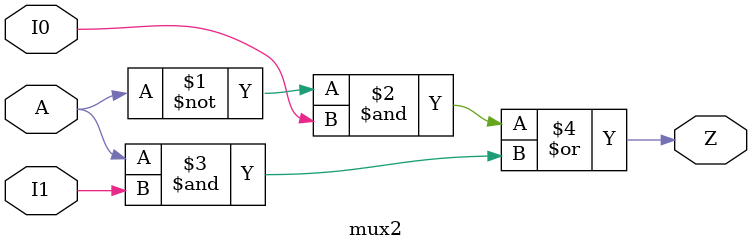
<source format=v>
module mux2(A, I0, I1, Z);
  input A, I0, I1;
  output Z;
  
  assign Z = (~A & I0) | (A & I1);
endmodule



</source>
